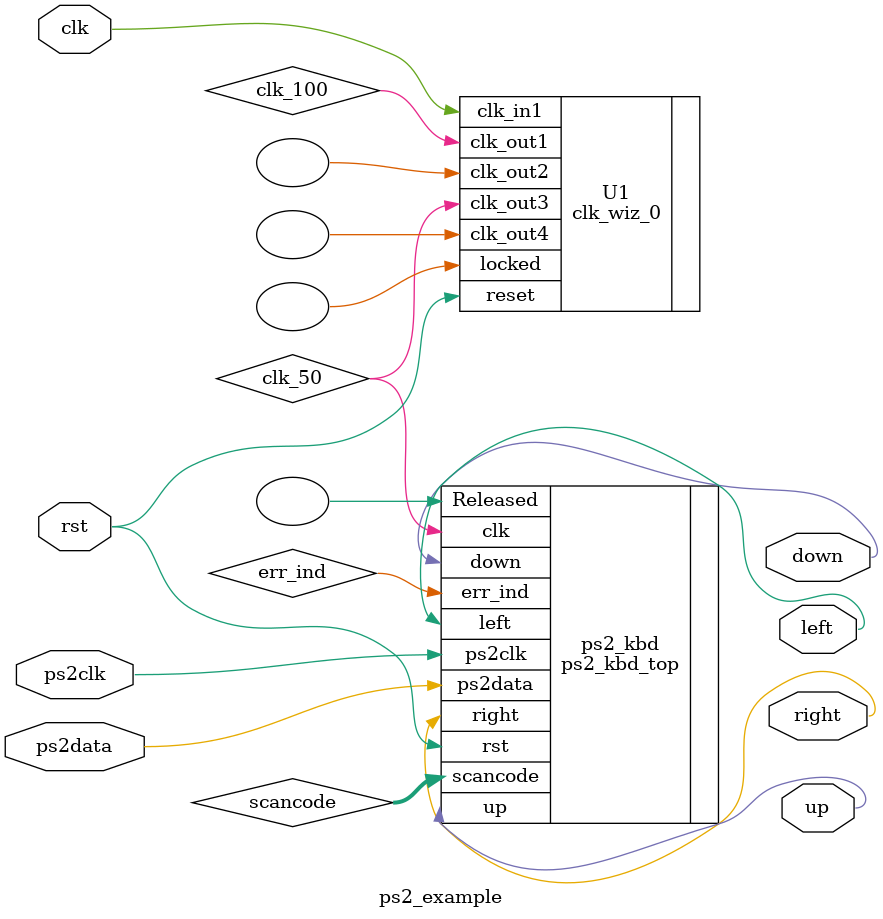
<source format=v>

module ps2_example(
      input   wire     clk,
      input   wire     rst,
      input   wire     ps2clk,
      input   wire     ps2data,
      output  wire     right,left,up,down
      );
      
      
    wire [7:0] scancode;//PS/2 Å°º¸µå·ÎºÎÅÍ ¹ÞÀº ½ºÄµ ÄÚµå (8ºñÆ®)
    wire err_ind;// Å°º¸µå ÀÔ·Â Ã³¸® °úÁ¤¿¡¼­ ¹ß»ýÇÑ ¿¡·¯¸¦ ³ªÅ¸³»´Â ½ÅÈ£
    wire clk_50;
    wire clk_100;

    //clock generator
    clk_wiz_0 U1( .clk_out1(clk_100),.clk_out2(),.clk_out3(clk_50),.clk_out4(),.reset(rst),.locked(),.clk_in1(clk));
    //output reg right,left,up,down
    // PS/2 Å°º¸µå ÀÔ·Â Ã³¸®    
    ps2_kbd_top ps2_kbd (
        .clk(clk_50), 
        .rst(rst), 
        .ps2clk(ps2clk), 
        .ps2data(ps2data), 
        .scancode(scancode), 
        .Released(), 
        .err_ind(err_ind),
        .right(right),
        .left(left),
        .up(up),
        .down(down)
        );
   
endmodule
</source>
